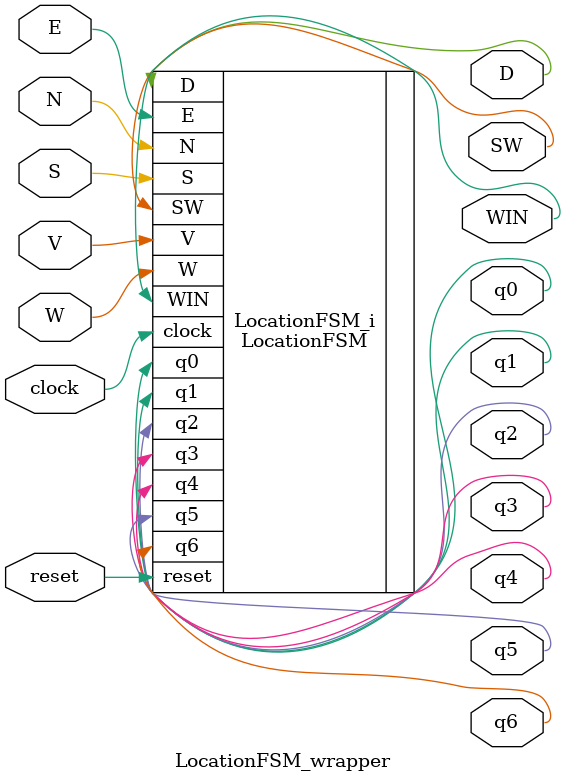
<source format=v>
`timescale 1 ps / 1 ps

module LocationFSM_wrapper
   (D,
    E,
    N,
    S,
    SW,
    V,
    W,
    WIN,
    clock,
    q0,
    q1,
    q2,
    q3,
    q4,
    q5,
    q6,
    reset);
  output D;
  input E;
  input N;
  input S;
  output SW;
  input V;
  input W;
  output WIN;
  input clock;
  output q0;
  output q1;
  output q2;
  output q3;
  output q4;
  output q5;
  output q6;
  input reset;

  wire D;
  wire E;
  wire N;
  wire S;
  wire SW;
  wire V;
  wire W;
  wire WIN;
  wire clock;
  wire q0;
  wire q1;
  wire q2;
  wire q3;
  wire q4;
  wire q5;
  wire q6;
  wire reset;

  LocationFSM LocationFSM_i
       (.D(D),
        .E(E),
        .N(N),
        .S(S),
        .SW(SW),
        .V(V),
        .W(W),
        .WIN(WIN),
        .clock(clock),
        .q0(q0),
        .q1(q1),
        .q2(q2),
        .q3(q3),
        .q4(q4),
        .q5(q5),
        .q6(q6),
        .reset(reset));
endmodule

</source>
